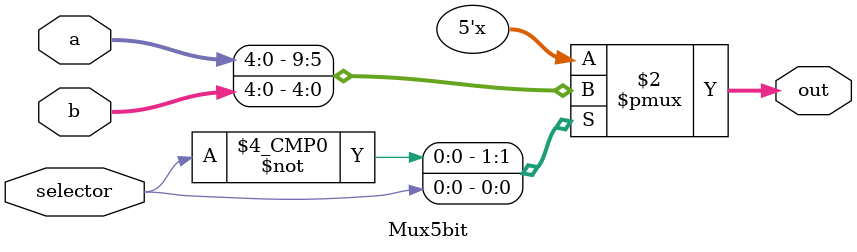
<source format=v>
module Mux5bit( input [4:0] a,
            input [4:0] b,
            input selector,
            output reg [4:0] out
   );

   always @ (a or b or selector) 
   begin
      case (selector)
         1'b0 : out <= a;
         1'b1 : out <= b;
      endcase
   end
   
endmodule
</source>
